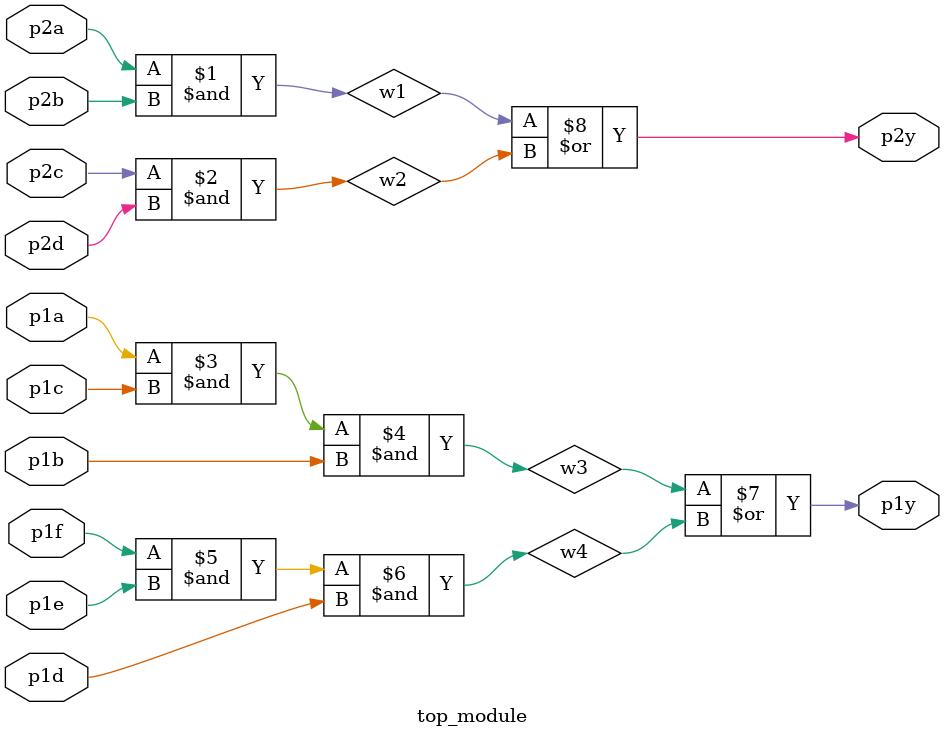
<source format=v>
module top_module ( 
    input p1a, p1b, p1c, p1d, p1e, p1f,
    output p1y,
    input p2a, p2b, p2c, p2d,
    output p2y );

	wire w1, w2, w3, w4;
    
    assign w1 = p2a & p2b;
    assign w2 = p2c & p2d;
    assign w3 = p1a & p1c & p1b;
    assign w4 = p1f & p1e & p1d;
    
    assign p1y = w3 | w4;
    assign p2y = w1 | w2;
    
endmodule

</source>
